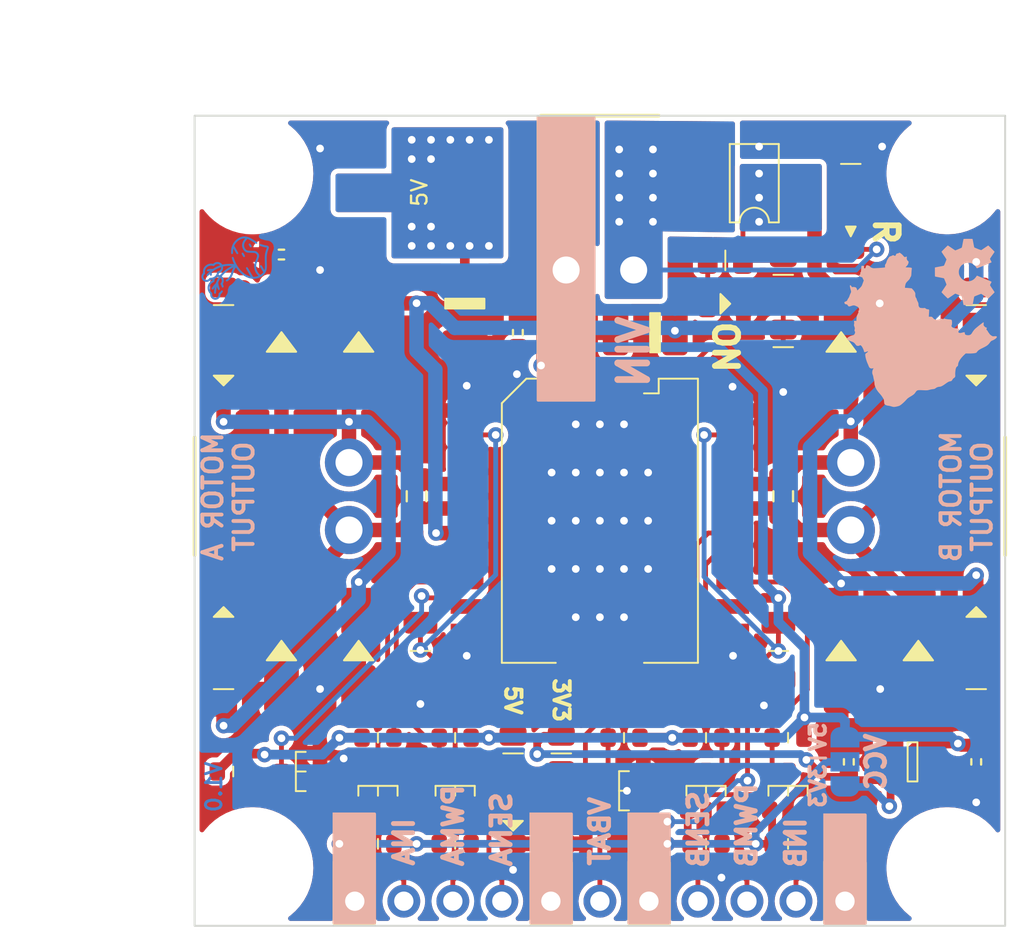
<source format=kicad_pcb>
(kicad_pcb (version 20221018) (generator pcbnew)
  (layers (0 "F.Cu" signal) (31 "B.Cu" signal) (34 "B.Paste" user) (35 "F.Paste" user) (36 "B.SilkS" user "B.Silkscreen") (37 "F.SilkS" user "F.Silkscreen") (38 "B.Mask" user) (39 "F.Mask" user) (44 "Edge.Cuts" user))
  (net 0 "")
  (net 1 "+5V")
  (net 2 "GND")
  (net 3 "/OUTA1")
  (net 4 "/OUTA2")
  (net 5 "/OUTB1")
  (net 6 "/OUTB2")
  (net 7 "VBUS")
  (net 8 "+3V3")
  (net 9 "Net-(D1-A)")
  (net 10 "Net-(D2-A)")
  (net 11 "Net-(D7-A)")
  (net 12 "Net-(D12-A)")
  (net 13 "Net-(D13-A)")
  (net 14 "Net-(D14-A)")
  (net 15 "PWMA_IN")
  (net 16 "INA_IN")
  (net 17 "PWMB_IN")
  (net 18 "INB_IN")
  (net 19 "VCC")
  (net 20 "VDD")
  (net 21 "VBAT")
  (net 22 "INA_OUT")
  (net 23 "INB_OUT")
  (net 24 "PWMA_OUT")
  (net 25 "PWMB_OUT")
  (net 26 "INA2_OUT")
  (net 27 "INB2_OUT")
  (net 31 "Net-(D15-A)")
  (net 32 "Net-(D16-A)")
  (net 33 "SA")
  (net 34 "SB")
  (footprint "Resistor_SMD:R_0805_2012Metric" (layer "F.Cu") (at 130.5 108.73 90)
    (fp_text reference "R10")
    (fp_text value "100k")
  )
  (footprint "Diode_SMD:D_SMA" (layer "F.Cu") (at 166.5 90.73 -90)
    (fp_text reference "D8")
    (fp_text value "M7")
  )
  (footprint "MountingHole:MountingHole_2.7mm_M2.5" (layer "F.Cu") (at 168 82)
    (fp_text reference "REF**")
    (fp_text value "MountingHole_2.7mm_M2.5" hide)
  )
  (footprint "PCM_Package_TO_SOT_SMD_AKL:SOT-23" (layer "F.Cu") (at 155.5 114 90)
    (fp_text reference "Q6")
    (fp_text value "BSS138" hide)
  )
  (footprint "Diode_SMD:D_SMA" (layer "F.Cu") (at 166.5 106.73 -90)
    (fp_text reference "D9")
    (fp_text value "M7")
  )
  (footprint "Capacitor_SMD:C_0805_2012Metric" (layer "F.Cu") (at 159.5 98.73 90)
    (fp_text reference "C6")
    (fp_text value "100nF")
  )
  (footprint "Diode_SMD:D_SMA" (layer "F.Cu") (at 137.5 90.73 -90)
    (fp_text reference "D3")
    (fp_text value "M7")
  )
  (footprint "Resistor_SMD:R_0603_1608Metric" (layer "F.Cu") (at 155.5 116.75)
    (fp_text reference "R19")
    (fp_text value "10k")
  )
  (footprint "L298P:Degson_3.5_2_15EDGRC" (layer "F.Cu") (at 163 98.73 90)
    (fp_text reference "J2")
    (fp_text value "Conn_01x02_Pin" hide)
  )
  (footprint "LED_SMD:LED_0805_2012Metric" (layer "F.Cu") (at 156.5 88.75 180)
    (fp_text reference "D2")
    (fp_text value "GREEN")
  )
  (footprint "Resistor_SMD:R_1206_3216Metric" (layer "F.Cu") (at 140.7 106.75 -90)
    (fp_text reference "R2")
    (fp_text value "R15")
  )
  (footprint "L298P:Degson_3.5_2_15EDGRC" (layer "F.Cu") (at 137 98.73 -90)
    (fp_text reference "J1")
    (fp_text value "Conn_01x02_Pin" hide)
  )
  (footprint "MountingHole:MountingHole_2.7mm_M2.5" (layer "F.Cu") (at 132 82)
    (fp_text reference "REF**")
    (fp_text value "MountingHole_2.7mm_M2.5" hide)
  )
  (footprint "MountingHole:MountingHole_2.7mm_M2.5" (layer "F.Cu") (at 132 118)
    (fp_text reference "REF**")
    (fp_text value "MountingHole_2.7mm_M2.5" hide)
  )
  (footprint "Resistor_SMD:R_0805_2012Metric" (layer "F.Cu") (at 159.5 91 -90)
    (fp_text reference "R6")
    (fp_text value "22k")
  )
  (footprint "LED_SMD:LED_0805_2012Metric" (layer "F.Cu") (at 169.5 104.73 -90)
    (fp_text reference "D15")
    (fp_text value "YELLOW")
  )
  (footprint "PCM_Package_TO_SOT_SMD_AKL:SOT-23" (layer "F.Cu") (at 151.25 114 180)
    (fp_text reference "Q7")
    (fp_text value "BSS138" hide)
  )
  (footprint "IRF7424:Infineon-PG-DSO-8-11_2006-902-MFG" (layer "F.Cu") (at 158 82.5 180)
    (fp_text reference "Q1")
    (fp_text value "IRF7424TRPBF")
  )
  (footprint "Resistor_SMD:R_0603_1608Metric" (layer "F.Cu") (at 138.5 116.75)
    (fp_text reference "R13")
    (fp_text value "10k")
  )
  (footprint "Capacitor_Tantalum_SMD:CP_EIA-3528-21_Kemet-B" (layer "F.Cu") (at 143 89.25 -90)
    (fp_text reference "C1")
    (fp_text value "10uF")
  )
  (footprint "L298P:Degson_3.5_2_15EDGRC" (layer "F.Cu") (at 150 87 180)
    (fp_text reference "J3")
    (fp_text value "Conn_01x02_Pin" hide)
  )
  (footprint "Resistor_SMD:R_0603_1608Metric" (layer "F.Cu") (at 151.25 111.25 180)
    (fp_text reference "R22")
    (fp_text value "10k")
  )
  (footprint "Package_TO_SOT_SMD:SOT-23-5" (layer "F.Cu") (at 166.2 112.5 180)
    (fp_text reference "U3")
    (fp_text value "AP2112K-3.3")
  )
  (footprint "Capacitor_SMD:C_0603_1608Metric" (layer "F.Cu") (at 162.9 112.5 90)
    (fp_text reference "C8")
    (fp_text value "1uF")
  )
  (footprint "Resistor_SMD:R_0805_2012Metric" (layer "F.Cu") (at 148 112.0625 -90)
    (fp_text reference "R12")
    (fp_text value "10k")
  )
  (footprint "LED_SMD:LED_0805_2012Metric" (layer "F.Cu") (at 130.5 92.73 90)
    (fp_text reference "D12")
    (fp_text value "BLUE")
  )
  (footprint "Capacitor_SMD:C_0603_1608Metric" (layer "F.Cu") (at 145.75 90.25 -90)
    (fp_text reference "C4")
    (fp_text value "1uF")
  )
  (footprint "Resistor_SMD:R_0805_2012Metric" (layer "F.Cu") (at 163 81.5 90)
    (fp_text reference "R1")
    (fp_text value "100k")
  )
  (footprint "Resistor_SMD:R_0805_2012Metric" (layer "F.Cu") (at 169.5 88.8175 90)
    (fp_text reference "R9")
    (fp_text value "100k")
  )
  (footprint "Resistor_SMD:R_0603_1608Metric" (layer "F.Cu") (at 138.5 111.25)
    (fp_text reference "R15")
    (fp_text value "10k")
  )
  (footprint "LED_SMD:LED_0805_2012Metric" (layer "F.Cu") (at 130.5 104.73 -90)
    (fp_text reference "D14")
    (fp_text value "YELLOW")
  )
  (footprint "Capacitor_SMD:C_0603_1608Metric" (layer "F.Cu") (at 169.5 112.5 -90)
    (fp_text reference "C7")
    (fp_text value "1uF")
  )
  (footprint "Diode_SMD:D_SMA" (layer "F.Cu") (at 133.5 106.73 -90)
    (fp_text reference "D6")
    (fp_text value "M7")
  )
  (footprint "Resistor_SMD:R_0603_1608Metric" (layer "F.Cu") (at 142.5 111.25 180)
    (fp_text reference "R20")
    (fp_text value "10k")
  )
  (footprint "PCM_Package_TO_SOT_SMD_AKL:SOT-23" (layer "F.Cu") (at 134.5 113 180)
    (fp_text reference "Q4")
    (fp_text value "BSS138" hide)
  )
  (footprint "Resistor_SMD:R_0603_1608Metric" (layer "F.Cu") (at 131 113)
    (fp_text reference "R17")
    (fp_text value "10k")
  )
  (footprint "PCM_Package_TO_SOT_SMD_AKL:SOT-23" (layer "F.Cu") (at 142.5 114 90)
    (fp_text reference "Q5")
    (fp_text value "BSS138" hide)
  )
  (footprint "MountingHole:MountingHole_2.7mm_M2.5" (layer "F.Cu") (at 168 118)
    (fp_text reference "REF**")
    (fp_text value "MountingHole_2.7mm_M2.5" hide)
  )
  (footprint "LED_SMD:LED_0805_2012Metric" (layer "F.Cu") (at 145.5 115.8125 90)
    (fp_text reference "D7")
    (fp_text value "GREEN")
  )
  (footprint "Diode_SMD:D_SMA" (layer "F.Cu") (at 133.5 90.73 -90)
    (fp_text reference "D5")
    (fp_text value "M7")
  )
  (footprint "Resistor_SMD:R_0603_1608Metric" (layer "F.Cu") (at 159.75 111.25 180)
    (fp_text reference "R16")
    (fp_text value "10k")
  )
  (footprint "L298P:STMicroelectronics-L298P-0" (layer "F.Cu") (at 150 100 -90)
    (fp_text reference "U1")
    (fp_text value "L298P" hide)
  )
  (footprint "Diode_SMD:D_SMA" (layer "F.Cu") (at 137.5 106.73 -90)
    (fp_text reference "D4")
    (fp_text value "M7")
  )
  (footprint "Resistor_SMD:R_0805_2012Metric" (layer "F.Cu") (at 145.5 112.0625 -90)
    (fp_text reference "R7")
    (fp_text value "10k")
  )
  (footprint "Resistor_SMD:R_1206_3216Metric" (layer "F.Cu") (at 159.25 106.75 -90)
    (fp_text reference "R4")
    (fp_text value "R15" hide)
  )
  (footprint "Resistor_SMD:R_0805_2012Metric" (layer "F.Cu") (at 130.5 88.8175 90)
    (fp_text reference "R8")
    (fp_text value "100k")
  )
  (footprint "LED_SMD:LED_0805_2012Metric" (layer "F.Cu") (at 148 115.8125 90)
    (fp_text reference "D16")
    (fp_text value "GREEN")
  )
  (footprint "Resistor_SMD:R_0805_2012Metric" (layer "F.Cu") (at 159.5 87.25 -90)
    (fp_text reference "R3")
    (fp_text value "62k")
  )
  (footprint "Capacitor_SMD:C_0805_2012Metric" (layer "F.Cu") (at 140.5 98.73 -90)
    (fp_text reference "C3")
    (fp_text value "100nF")
  )
  (footprint "PCM_Package_TO_SOT_SMD_AKL:SOT-23" (layer "F.Cu") (at 159.75 114 90)
    (fp_text reference "Q3")
    (fp_text value "BSS138" hide)
  )
  (footprint "Diode_SMD:D_SMA" (layer "F.Cu") (at 162.5 90.73 -90)
    (fp_text reference "D10")
    (fp_text value "M7")
  )
  (footprint "PCM_Package_TO_SOT_SMD_AKL:SOT-23" (layer "F.Cu") (at 138.5 114 90)
    (fp_text reference "Q2")
    (fp_text value "BSS138" hide)
  )
  (footprint "Resistor_SMD:R_0603_1608Metric" (layer "F.Cu") (at 142.5 116.75)
    (fp_text reference "R18")
    (fp_text value "10k")
  )
  (footprint "Capacitor_Tantalum_SMD:CP_EIA-3528-21_Kemet-B" (layer "F.Cu") (at 152.35 90.25 180)
    (fp_text reference "C5")
    (fp_text value "22uF" hide)
  )
  (footprint "Resistor_SMD:R_0805_2012Metric" (layer "F.Cu") (at 156.5 86.5 180)
    (fp_text reference "R5")
    (fp_text value "100k")
  )
  (footprint "LED_SMD:LED_0805_2012Metric" (layer "F.Cu") (at 169.5 92.73 90)
    (fp_text reference "D13")
    (fp_text value "BLUE")
  )
  (footprint "Package_TO_SOT_SMD:SOT-223-3_TabPin2" (layer "F.Cu") (at 140.65 82.99)
    (fp_text reference "U2")
    (fp_text value "AMS1117-5.0")
  )
  (footprint "Diode_SMD:D_SMA" (layer "F.Cu") (at 162.5 106.73 -90)
    (fp_text reference "D11")
    (fp_text value "M7")
  )
  (footprint "Resistor_SMD:R_0603_1608Metric" (layer "F.Cu") (at 159.75 116.75)
    (fp_text reference "R14")
    (fp_text value "10k")
  )
  (footprint "Resistor_SMD:R_0805_2012Metric" (layer "F.Cu") (at 169.5 108.73 90)
    (fp_text reference "R11")
    (fp_text value "100k")
  )
  (footprint "Connector_PinHeader_2.54mm:PinHeader_1x11_P2.54mm_Vertical" (layer "F.Cu") (at 137.3 119.725 90)
    (fp_text reference "J4")
    (fp_text value "Conn_01x11_Pin" hide)
  )
  (footprint "Capacitor_SMD:C_0603_1608Metric" (layer "F.Cu") (at 133.5 86.2 180)
    (fp_text reference "C2")
    (fp_text value "1uF")
  )
  (footprint "Resistor_SMD:R_0603_1608Metric" (layer "F.Cu") (at 155.5 111.25)
    (fp_text reference "R21")
    (fp_text value "10k")
  )
  (footprint "LED_SMD:LED_0805_2012Metric" (layer "F.Cu") (at 163 85 90)
    (fp_text reference "D1")
    (fp_text value "RED")
  )
  (footprint "Logo_Icons:nabo" (layer "B.Cu") (at 131.1 86.9 -90)
    (fp_text reference "G***")
    (fp_text value "LOGO" hide)
  )
  (footprint "Jumper:SolderJumper-3_P1.3mm_Open_RoundedPad1.0x1.5mm" (layer "B.Cu") (at 162.7 112.5 90)
    (fp_text reference "JP1")
    (fp_text value "Jumper_3_Open" hide)
  )
  (footprint "Logo_Icons:brazil" (layer "B.Cu") (at 166.6 90.1 -90)
    (fp_text reference "G***")
    (fp_text value "LOGO" hide)
  )
  (footprint "Logo_Icons:OSHW" (layer "B.Cu") (at 168.9 87.1 -90)
    (fp_text reference "G***")
    (fp_text value "LOGO" hide)
  )
  (gr_rect (start 136.225 115.2) (end 138.325 120.85) (stroke (width 0.15)) (fill solid) (layer "B.SilkS"))
  (gr_line (start 161.7 112.3) (end 160.8 112.3) (stroke (width 0.15)) (layer "B.SilkS"))
  (gr_rect (start 146.8 79.125) (end 149.7 93.75) (stroke (width 0.15)) (fill solid) (layer "B.SilkS"))
  (gr_rect (start 146.425 115.2) (end 148.525 120.85) (stroke (width 0.15)) (fill solid) (layer "B.SilkS"))
  (gr_rect (start 161.65 115.2496) (end 163.75 120.875) (stroke (width 0.15)) (fill solid) (layer "B.SilkS"))
  (gr_rect (start 151.5 115.2) (end 153.6 120.85) (stroke (width 0.15)) (fill solid) (layer "B.SilkS"))
  (gr_rect (start 161.65 117.725) (end 163.75 120.875) (stroke (width 0.15)) (fill solid) (layer "F.SilkS"))
  (gr_rect (start 146.425 117.725) (end 148.525 120.875) (stroke (width 0.15)) (fill solid) (layer "F.SilkS"))
  (gr_rect (start 146.8 79.0996) (end 149.7 91.55) (stroke (width 0.15)) (fill solid) (layer "F.SilkS"))
  (gr_rect (start 151.5 117.725) (end 153.6 120.875) (stroke (width 0.15)) (fill solid) (layer "F.SilkS"))
  (gr_rect (start 136.225 117.725) (end 138.325 120.875) (stroke (width 0.15)) (fill solid) (layer "F.SilkS"))
  (gr_rect (start 129 79) (end 171 121) (stroke (width 0.1)) (fill none) (layer "Edge.Cuts"))
  (gr_text "V1.0" (at 130 113.8 90) (layer "B.Cu") (effects (font (size 0.8 0.8) (thickness 0.15) bold) (justify mirror)))
  (gr_text "3V3" (at 161.3 113.75 90) (layer "B.SilkS") (effects (font (size 0.8 0.8) (thickness 0.2) bold) (justify mirror)))
  (gr_text "INB" (at 160.15 116.7 90) (layer "B.SilkS") (effects (font (size 1 1) (thickness 0.25) bold) (justify mirror)))
  (gr_text "VIN" (at 151.75 91.25 90) (layer "B.SilkS") (effects (font (size 1.5 1.5) (thickness 0.35) bold) (justify mirror)))
  (gr_text "VCC" (at 164.3 112.5 90) (layer "B.SilkS") (effects (font (size 1 1) (thickness 0.25) bold) (justify mirror)))
  (gr_text "GND" (at 137.3 116.9 90) (layer "B.SilkS") (effects (font (size 1 1) (thickness 0.2) bold) (justify mirror)))
  (gr_text "PWMA" (at 142.4 115.8 90) (layer "B.SilkS") (effects (font (size 1 1) (thickness 0.25) bold) (justify mirror)))
  (gr_text "PWMB" (at 157.6 115.8 90) (layer "B.SilkS") (effects (font (size 1 1) (thickness 0.25) bold) (justify mirror)))
  (gr_text "MOTOR B\nOUTPUT" (at 169 98.75 90) (layer "B.SilkS") (effects (font (size 1 1) (thickness 0.2) bold) (justify mirror)))
  (gr_text "INA" (at 139.85 116.65 90) (layer "B.SilkS") (effects (font (size 1 1) (thickness 0.25) bold) (justify mirror)))
  (gr_text "MOTOR A\nOUTPUT" (at 130.75 98.75 90) (layer "B.SilkS") (effects (font (size 1 1) (thickness 0.2) bold) (justify mirror)))
  (gr_text "VBAT" (at 150 116.1 90) (layer "B.SilkS") (effects (font (size 1 1) (thickness 0.25) bold) (justify mirror)))
  (gr_text "SENA" (at 144.9 116 90) (layer "B.SilkS") (effects (font (size 1 1) (thickness 0.25) bold) (justify mirror)))
  (gr_text "SENB" (at 155.1 116 90) (layer "B.SilkS") (effects (font (size 1 1) (thickness 0.25) bold) (justify mirror)))
  (gr_text "5V" (at 161.3 111.2 90) (layer "B.SilkS") (effects (font (size 0.8 0.8) (thickness 0.2) bold) (justify mirror)))
  (gr_text "5V" (at 145.5 109.3 -90) (layer "F.SilkS") (effects (font (size 0.8 0.8) (thickness 0.2) bold)))
  (gr_text "R" (at 164.825 85 -90) (layer "F.SilkS") (effects (font (size 1.2 1.2) (thickness 0.3) bold)))
  (gr_text "3V3" (at 148 109.3 -90) (layer "F.SilkS") (effects (font (size 0.8 0.8) (thickness 0.2) bold)))
  (gr_text "ON" (at 156.5 91 -90) (layer "F.SilkS") (effects (font (size 1.2 1.2) (thickness 0.3) bold)))
  (segment (start 145.75 89.475) (end 145.75 88.75) (width 0.5) (layer "F.Cu") (net 1))
  (segment (start 168.55 111.55) (end 168.725 111.725) (width 0.5) (layer "F.Cu") (net 1))
  (segment (start 145.4 111.25) (end 145.5 111.15) (width 0.5) (layer "F.Cu") (net 1))
  (segment (start 154.675 111.25) (end 153.75 111.25) (width 0.5) (layer "F.Cu") (net 1))
  (segment (start 159.25 104) (end 158.5 104) (width 0.5) (layer "F.Cu") (net 1))
  (segment (start 146.55 89.475) (end 145.75 89.475) (width 0.5) (layer "F.Cu") (net 1))
  (segment (start 131.1 112.075) (end 130.175 113) (width 0.5) (layer "F.Cu") (net 1))
  (segment (start 143 86) (end 143.25 85.75) (width 0.25) (layer "F.Cu") (net 1))
  (segment (start 168.725 111.725) (end 169.5 111.725) (width 0.5) (layer "F.Cu") (net 1))
  (segment (start 160.575 110.225) (end 160.6 110.2) (width 0.5) (layer "F.Cu") (net 1))
  (segment (start 166.51 111.55) (end 166.2 111.86) (width 0.5) (layer "F.Cu") (net 1))
  (segment (start 132.625 112.125) (end 132.575 112.075) (width 0.5) (layer "F.Cu") (net 1))
  (segment (start 145.75 88.75) (end 144.7125 87.7125) (width 0.5) (layer "F.Cu") (net 1))
  (segment (start 143.325 111.25) (end 144.25 111.25) (width 0.5) (layer "F.Cu") (net 1))
  (segment (start 160.575 111.25) (end 160.575 110.225) (width 0.5) (layer "F.Cu") (net 1))
  (segment (start 158.055 104.445) (end 156.8825 104.445) (width 0.5) (layer "F.Cu") (net 1))
  (segment (start 136.5 111.25) (end 137.675 111.25) (width 0.5) (layer "F.Cu") (net 1))
  (segment (start 146.95 89.875) (end 146.55 89.475) (width 0.5) (layer "F.Cu") (net 1))
  (segment (start 144.25 111.25) (end 145.4 111.25) (width 0.5) (layer "F.Cu") (net 1))
  (segment (start 166.2 111.86) (end 166.2 113.14) (width 0.5) (layer "F.Cu") (net 1))
  (segment (start 167.3375 111.55) (end 166.51 111.55) (width 0.5) (layer "F.Cu") (net 1))
  (segment (start 136.5 111.25) (end 136.4 111.15) (width 0.5) (layer "F.Cu") (net 1))
  (segment (start 153.75 111.25) (end 152.075 111.25) (width 0.5) (layer "F.Cu") (net 1))
  (segment (start 166.51 113.45) (end 167.3375 113.45) (width 0.5) (layer "F.Cu") (net 1))
  (segment (start 158.5 104) (end 158.055 104.445) (width 0.5) (layer "F.Cu") (net 1))
  (segment (start 146.95 91.95) (end 146.95 89.875) (width 0.5) (layer "F.Cu") (net 1))
  (segment (start 167.3375 111.55) (end 169.325 111.55) (width 0.5) (layer "F.Cu") (net 1))
  (segment (start 143 87.7125) (end 143 86) (width 0.5) (layer "F.Cu") (net 1))
  (segment (start 132.575 112.075) (end 131.1 112.075) (width 0.5) (layer "F.Cu") (net 1))
  (segment (start 144.7125 87.7125) (end 143 87.7125) (width 0.5) (layer "F.Cu") (net 1))
  (segment (start 166.2 113.14) (end 166.51 113.45) (width 0.5) (layer "F.Cu") (net 1))
  (via (at 168.55 111.55) (size 0.8) (drill 0.4) (layers "F.Cu" "B.Cu") (net 1))
  (via (at 143.25 85.75) (size 0.8) (drill 0.4) (layers "F.Cu" "B.Cu") (net 1))
  (via (at 140.25 84.75) (size 0.8) (drill 0.4) (layers "F.Cu" "B.Cu") (net 1))
  (via (at 146.95 91.95) (size 0.8) (drill 0.4) (layers "F.Cu" "B.Cu") (net 1))
  (via (at 136.5 111.25) (size 0.8) (drill 0.4) (layers "F.Cu" "B.Cu") (net 1))
  (via (at 143.25 80.25) (size 0.8) (drill 0.4) (layers "F.Cu" "B.Cu") (net 1))
  (via (at 141.25 81.25) (size 0.8) (drill 0.4) (layers "F.Cu" "B.Cu") (net 1))
  (via (at 159.25 104) (size 0.8) (drill 0.4) (layers "F.Cu" "B.Cu") (net 1))
  (via (at 140.25 81.25) (size 0.8) (drill 0.4) (layers "F.Cu" "B.Cu") (net 1))
  (via (at 141.25 84.75) (size 0.8) (drill 0.4) (layers "F.Cu" "B.Cu") (net 1))
  (via (at 140.25 85.75) (size 0.8) (drill 0.4) (layers "F.Cu" "B.Cu") (net 1))
  (via (at 144.25 111.25) (size 0.8) (drill 0.4) (layers "F.Cu" "B.Cu") (net 1))
  (via (at 140.25 80.25) (size 0.8) (drill 0.4) (layers "F.Cu" "B.Cu") (net 1))
  (via (at 141.25 80.25) (size 0.8) (drill 0.4) (layers "F.Cu" "B.Cu") (net 1))
  (via (at 132.625 112.125) (size 0.8) (drill 0.4) (layers "F.Cu" "B.Cu") (net 1))
  (via (at 144.25 80.25) (size 0.8) (drill 0.4) (layers "F.Cu" "B.Cu") (net 1))
  (via (at 142.25 80.25) (size 0.8) (drill 0.4) (layers "F.Cu" "B.Cu") (net 1))
  (via (at 153.75 111.25) (size 0.8) (drill 0.4) (layers "F.Cu" "B.Cu") (net 1))
  (via (at 141.25 85.75) (size 0.8) (drill 0.4) (layers "F.Cu" "B.Cu") (net 1))
  (via (at 142.25 85.75) (size 0.8) (drill 0.4) (layers "F.Cu" "B.Cu") (net 1))
  (via (at 144.25 85.75) (size 0.8) (drill 0.4) (layers "F.Cu" "B.Cu") (net 1))
  (via (at 160.6 110.2) (size 0.8) (drill 0.4) (layers "F.Cu" "B.Cu") (net 1))
  (segment (start 159.25 104) (end 158.45 103.2) (width 0.5) (layer "B.Cu") (net 1))
  (segment (start 162.5 110.2) (end 162.7 110.4) (width 0.5) (layer "B.Cu") (net 1))
  (segment (start 160.6 106.6) (end 160.6 110.2) (width 0.5) (layer "B.Cu") (net 1))
  (segment (start 159.25 104) (end 159.25 105.25) (width 0.5) (layer "B.Cu") (net 1))
  (segment (start 135.625 112.125) (end 136.5 111.25) (width 0.5) (layer "B.Cu") (net 1))
  (segment (start 160.6 110.2) (end 159.55 111.25) (width 0.5) (layer "B.Cu") (net 1))
  (segment (start 158.45 103.2) (end 158.45 93.26) (width 0.5) (layer "B.Cu") (net 1))
  (segment (start 144.25 111.25) (end 153.75 111.25) (width 0.5) (layer "B.Cu") (net 1))
  (segment (start 168.55 111.55) (end 168.2 111.2) (width 0.5) (layer "B.Cu") (net 1))
  (segment (start 158.45 93.26) (end 156.19 91) (width 0.5) (layer "B.Cu") (net 1))
  (segment (start 159.55 111.25) (end 153.75 111.25) (width 0.5) (layer "B.Cu") (net 1))
  (segment (start 144.25 111.25) (end 136.5 111.25) (width 0.5) (layer "B.Cu") (net 1))
  (segment (start 168.2 111.2) (end 162.7 111.2) (width 0.5) (layer "B.Cu") (net 1))
  (segment (start 147.9 91) (end 146.95 91.95) (width 0.5) (layer "B.Cu") (net 1))
  (segment (start 132.625 112.125) (end 135.625 112.125) (width 0.5) (layer "B.Cu") (net 1))
  (segment (start 162.7 110.4) (end 162.7 111.2) (width 0.5) (layer "B.Cu") (net 1))
  (segment (start 159.25 105.25) (end 160.6 106.6) (width 0.5) (layer "B.Cu") (net 1))
  (segment (start 160.6 110.2) (end 162.5 110.2) (width 0.5) (layer "B.Cu") (net 1))
  (segment (start 156.19 91) (end 147.9 91) (width 0.5) (layer "B.Cu") (net 1))
  (via (at 151.25 105) (size 0.8) (drill 0.4) (layers "F.Cu" "B.Cu") (net 2))
  (via (at 147.5 102.5) (size 0.8) (drill 0.4) (layers "F.Cu" "B.Cu") (net 2))
  (via (at 158.5 109.575) (size 0.8) (drill 0.4) (layers "F.Cu" "B.Cu") (net 2))
  (via (at 143.1 107) (size 0.8) (drill 0.4) (layers "F.Cu" "B.Cu") (net 2))
  (via (at 147.5 100) (size 0.8) (drill 0.4) (layers "F.Cu" "B.Cu") (net 2))
  (via (at 145.5 118.1) (size 0.8) (drill 0.4) (layers "F.Cu" "B.Cu") (net 2))
  (via (at 152.5 100) (size 0.8) (drill 0.4) (layers "F.Cu" "B.Cu") (net 2))
  (via (at 151.25 97.5) (size 0.8) (drill 0.4) (layers "F.Cu" "B.Cu") (net 2))
  (via (at 150 102.5) (size 0.8) (drill 0.4) (layers "F.Cu" "B.Cu") (net 2))
  (via (at 169.5 114.6) (size 0.8) (drill 0.4) (layers "F.Cu" "B.Cu") (net 2))
  (via (at 148.75 95) (size 0.8) (drill 0.4) (layers "F.Cu" "B.Cu") (net 2))
  (via (at 136.725 112.325) (size 0.8) (drill 0.4) (layers "F.Cu" "B.Cu") (net 2))
  (via (at 156.3 118.5) (size 0.8) (drill 0.4) (layers "F.Cu" "B.Cu") (net 2))
  (via (at 152.5 97.5) (size 0.8) (drill 0.4) (layers "F.Cu" "B.Cu") (net 2))
  (via (at 164.625 80.6) (size 0.8) (drill 0.4) (layers "F.Cu" "B.Cu") (net 2))
  (via (at 152.5 102.5) (size 0.8) (drill 0.4) (layers "F.Cu" "B.Cu") (net 2))
  (via (at 150 105) (size 0.8) (drill 0.4) (layers "F.Cu" "B.Cu") (net 2))
  (via (at 147.5 97.5) (size 0.8) (drill 0.4) (layers "F.Cu" "B.Cu") (net 2))
  (via (at 150 100) (size 0.8) (drill 0.4) (layers "F.Cu" "B.Cu") (net 2))
  (via (at 150 95) (size 0.8) (drill 0.4) (layers "F.Cu" "B.Cu") (net 2))
  (via (at 150 97.5) (size 0.8) (drill 0.4) (layers "F.Cu" "B.Cu") (net 2))
  (via (at 164.525 108.725) (size 0.8) (drill 0.4) (layers "F.Cu" "B.Cu") (net 2))
  (via (at 148.75 100) (size 0.8) (drill 0.4) (layers "F.Cu" "B.Cu") (net 2))
  (via (at 148.75 97.5) (size 0.8) (drill 0.4) (layers "F.Cu" "B.Cu") (net 2))
  (via (at 151.25 95) (size 0.8) (drill 0.4) (layers "F.Cu" "B.Cu") (net 2))
  (via (at 143.1 93) (size 0.8) (drill 0.4) (layers "F.Cu" "B.Cu") (net 2))
  (via (at 135.5 108.725) (size 0.8) (drill 0.4) (layers "F.Cu" "B.Cu") (net 2))
  (via (at 140.7 109.5) (size 0.8) (drill 0.4) (layers "F.Cu" "B.Cu") (net 2))
  (via (at 151.4 114) (size 0.8) (drill 0.4) (layers "F.Cu" "B.Cu") (net 2))
  (via (at 159.5 93.325) (size 0.8) (drill 0.4) (layers "F.Cu" "B.Cu") (net 2))
  (via (at 156.875 93.05) (size 0.8) (drill 0.4) (layers "F.Cu" "B.Cu") (net 2))
  (via (at 145.7 92.4) (size 0.8) (drill 0.4) (layers "F.Cu" "B.Cu") (net 2))
  (via (at 135.5 80.7) (size 0.8) (drill 0.4) (layers "F.Cu" "B.Cu") (net 2))
  (via (at 148.75 102.5) (size 0.8) (drill 0.4) (layers "F.Cu" "B.Cu") (net 2))
  (via (at 135.5 87) (size 0.8) (drill 0.4) (layers "F.Cu" "B.Cu") (net 2))
  (via (at 151.25 100) (size 0.8) (drill 0.4) (layers "F.Cu" "B.Cu") (net 2))
  (via (at 148.75 105) (size 0.8) (drill 0.4) (layers "F.Cu" "B.Cu") (net 2))
  (via (at 151.25 102.5) (size 0.8) (drill 0.4) (layers "F.Cu" "B.Cu") (net 2))
  (via (at 158.25 80.6) (size 0.8) (drill 0.4) (layers "F.Cu" "B.Cu") (net 2))
  (via (at 156.9 107) (size 0.8) (drill 0.4) (layers "F.Cu" "B.Cu") (net 2))
  (segment (start 137.5 103.175) (end 137.5 104.73) (width 0.75) (layer "F.Cu") (net 3))
  (segment (start 137 94.87) (end 137 93.23) (width 0.75) (layer "F.Cu") (net 3))
  (segment (start 139.7 96.98) (end 140.5 97.78) (width 0.75) (layer "F.Cu") (net 3))
  (segment (start 140.5 97.78) (end 140.815 98.095) (width 0.75) (layer "F.Cu") (net 3))
  (segment (start 140.815 98.095) (end 143.1175 98.095) (width 0.75) (layer "F.Cu") (net 3))
  (segment (start 137 96.98) (end 137 94.87) (width 0.75) (layer "F.Cu") (net 3))
  (segment (start 137 93.23) (end 137.5 92.73) (width 0.75) (layer "F.Cu") (net 3))
  (segment (start 130.5 93.6675) (end 130.5 94.87) (width 0.75) (layer "F.Cu") (net 3))
  (segment (start 130.5 110.625) (end 130.5 109.6425) (width 0.75) (layer "F.Cu") (net 3))
  (segment (start 137 96.98) (end 139.7 96.98) (width 0.75) (layer "F.Cu") (net 3))
  (via (at 130.5 94.87) (size 0.8) (drill 0.4) (layers "F.Cu" "B.Cu") (net 3))
  (via (at 137.5 103.175) (size 0.8) (drill 0.4) (layers "F.Cu" "B.Cu") (net 3))
  (via (at 137 94.87) (size 0.8) (drill 0.4) (layers "F.Cu" "B.Cu") (net 3))
  (via (at 130.5 110.625) (size 0.8) (drill 0.4) (layers "F.Cu" "B.Cu") (net 3))
  (segment (start 139.05 101.625) (end 139.05 95.99) (width 0.75) (layer "B.Cu") (net 3))
  (segment (start 130.5 110.625) (end 130.955 110.625) (width 0.75) (layer "B.Cu") (net 3))
  (segment (start 137.93 94.87) (end 137 94.87) (width 0.75) (layer "B.Cu") (net 3))
  (segment (start 137.5 103.175) (end 139.05 101.625) (width 0.75) (layer "B.Cu") (net 3))
  (segment (start 130.5 94.87) (end 137 94.87) (width 0.75) (layer "B.Cu") (net 3))
  (segment (start 137.5 104.08) (end 137.5 103.175) (width 0.75) (layer "B.Cu") (net 3))
  (segment (start 139.05 95.99) (end 137.93 94.87) (width 0.75) (layer "B.Cu") (net 3))
  (segment (start 130.955 110.625) (end 137.5 104.08) (width 0.75) (layer "B.Cu") (net 3))
  (segment (start 133.5 96.98) (end 133.5 92.73) (width 0.75) (layer "F.Cu") (net 4))
  (segment (start 131.555 87.905) (end 131.91 88.26) (width 0.75) (layer "F.Cu") (net 4))
  (segment (start 131.3925 103.7925) (end 130.5 103.7925) (width 0.75) (layer "F.Cu") (net 4))
  (segment (start 137 100.48) (end 133.5 96.98) (width 0.75) (layer "F.Cu") (net 4))
  (segment (start 137 100.48) (end 137 100.89) (width 0.75) (layer "F.Cu") (net 4))
  (segment (start 139.7 100.48) (end 140.5 99.68) (width 0.75) (layer "F.Cu") (net 4))
  (segment (start 133.5 92.48) (end 133.5 92.73) (width 0.75) (layer "F.Cu") (net 4))
  (segment (start 130.5 87.905) (end 131.555 87.905) (width 0.75) (layer "F.Cu") (net 4))
  (segment (start 131.91 88.26) (end 131.91 90.89) (width 0.75) (layer "F.Cu") (net 4))
  (segment (start 132.33 104.73) (end 131.3925 103.7925) (width 0.75) (layer "F.Cu") (net 4))
  (segment (start 133.5 104.73) (end 132.33 104.73) (width 0.75) (layer "F.Cu") (net 4))
  (segment (start 137 100.89) (end 133.5 104.39) (width 0.75) (layer "F.Cu") (net 4))
  (segment (start 137 100.48) (end 139.7 100.48) (width 0.75) (layer "F.Cu") (net 4))
  (segment (start 131.91 90.89) (end 133.5 92.48) (width 0.75) (layer "F.Cu") (net 4))
  (segment (start 133.5 104.39) (end 133.5 104.73) (width 0.75) (layer "F.Cu") (net 4))
  (segment (start 143.1175 99.365) (end 140.815 99.365) (width 0.75) (layer "F.Cu") (net 4))
  (segment (start 140.815 99.365) (end 140.5 99.68) (width 0.75) (layer "F.Cu") (net 4))
  (segment (start 168.4825 109.6425) (end 169.5 109.6425) (width 0.75) (layer "F.Cu") (net 5))
  (segment (start 166.5 105.12) (end 168.16 106.78) (width 0.75) (layer "F.Cu") (net 5))
  (segment (start 156.8825 99.365) (end 159.185 99.365) (width 0.75) (layer "F.Cu") (net 5))
  (segment (start 163 100.48) (end 166.5 96.98) (width 0.75) (layer "F.Cu") (net 5))
  (segment (start 163 100.93) (end 166.5 104.43) (width 0.75) (layer "F.Cu") (net 5))
  (segment (start 166.5 104.73) (end 166.5 105.12) (width 0.75) (layer "F.Cu") (net 5))
  (segment (start 166.5 96.98) (end 166.5 92.73) (width 0.75) (layer "F.Cu") (net 5))
  (segment (start 168.16 109.32) (end 168.4825 109.6425) (width 0.75) (layer "F.Cu") (net 5))
  (segment (start 163 100.48) (end 163 100.93) (width 0.75) (layer "F.Cu") (net 5))
  (segment (start 166.5 104.43) (end 166.5 104.73) (width 0.75) (layer "F.Cu") (net 5))
  (segment (start 166.5 92.73) (end 167.65 92.73) (width 0.75) (layer "F.Cu") (net 5))
  (segment (start 168.5875 93.6675) (end 169.5 93.6675) (width 0.75) (layer "F.Cu") (net 5))
  (segment (start 159.185 99.365) (end 159.5 99.68) (width 0.75) (layer "F.Cu") (net 5))
  (segment (start 168.16 106.78) (end 168.16 109.32) (width 0.75) (layer "F.Cu") (net 5))
  (segment (start 167.65 92.73) (end 168.5875 93.6675) (width 0.75) (layer "F.Cu") (net 5))
  (segment (start 159.5 99.68) (end 160.3 100.48) (width 0.75) (layer "F.Cu") (net 5))
  (segment (start 160.3 100.48) (end 163 100.48) (width 0.75) (layer "F.Cu") (net 5))
  (segment (start 163 96.98) (end 163 94.85) (width 0.75) (layer "F.Cu") (net 6))
  (segment (start 156.8825 98.095) (end 159.185 98.095) (width 0.75) (layer "F.Cu") (net 6))
  (segment (start 159.185 98.095) (end 159.5 97.78) (width 0.75) (layer "F.Cu") (net 6))
  (segment (start 169.5 87.905) (end 169.5 86.58) (width 0.75) (layer "F.Cu") (net 6))
  (segment (start 163 93.23) (end 162.5 92.73) (width 0.75) (layer "F.Cu") (net 6))
  (segment (start 169.5 102.82) (end 169.5 103.7925) (width 0.75) (layer "F.Cu") (net 6))
  (segment (start 160.3 96.98) (end 163 96.98) (width 0.75) (layer "F.Cu") (net 6))
  (segment (start 163 94.85) (end 163 93.23) (width 0.75) (layer "F.Cu") (net 6))
  (segment (start 159.5 97.78) (end 160.3 96.98) (width 0.75) (layer "F.Cu") (net 6))
  (segment (start 162.5 103.25) (end 162.5 104.73) (width 0.75) (layer "F.Cu") (net 6))
  (via (at 163 94.85) (size 0.8) (drill 0.4) (layers "F.Cu" "B.Cu") (net 6))
  (via (at 169.5 102.82) (size 0.8) (drill 0.4) (layers "F.Cu" "B.Cu") (net 6))
  (via (at 162.5 103.25) (size 0.8) (drill 0.4) (layers "F.Cu" "B.Cu") (net 6))
  (via (at 169.5 86.58) (size 0.8) (drill 0.4) (layers "F.Cu" "B.Cu") (net 6))
  (segment (start 162.475 103.25) (end 160.89 101.665) (width 0.75) (layer "B.Cu") (net 6))
  (segment (start 169.5 88.35) (end 163 94.85) (width 0.75) (layer "B.Cu") (net 6))
  (segment (start 162.5 103.25) (end 169.07 103.25) (width 0.75) (layer "B.Cu") (net 6))
  (segment (start 160.89 101.665) (end 160.89 96.19) (width 0.75) (layer "B.Cu") (net 6))
  (segment (start 169.5 86.58) (end 169.5 88.35) (width 0.75) (layer "B.Cu") (net 6))
  (segment (start 162.23 94.85) (end 163 94.85) (width 0.75) (layer "B.Cu") (net 6))
  (segment (start 162.5 103.25) (end 162.475 103.25) (width 0.75) (layer "B.Cu") (net 6))
  (segment (start 169.07 103.25) (end 169.5 102.82) (width 0.75) (layer "B.Cu") (net 6))
  (segment (start 160.89 96.19) (end 162.23 94.85) (width 0.75) (layer "B.Cu") (net 6))
  (segment (start 162.5 88.73) (end 164.5 88.73) (width 0.75) (layer "F.Cu") (net 7))
  (segment (start 137.5 88.73) (end 140.49 88.73) (width 0.75) (layer "F.Cu") (net 7))
  (segment (start 157.4125 86.5) (end 159.3375 86.5) (width 0.25) (layer "F.Cu") (net 7))
  (segment (start 161.12 84.405) (end 161.12 87.08) (width 0.75) (layer "F.Cu") (net 7))
  (segment (start 164.5 88.73) (end 166.5 88.73) (width 0.75) (layer "F.Cu") (net 7))
  (segment (start 157.4125 86.5) (end 157.4125 84.8275) (width 0.25) (layer "F.Cu") (net 7))
  (segment (start 137.5 88.73) (end 137.5 85.29) (width 0.75) (layer "F.Cu") (net 7))
  (segment (start 159.3375 86.5) (end 159.5 86.3375) (width 0.25) (layer "F.Cu") (net 7))
  (segment (start 140.49 88.73) (end 140.5 88.72) (width 0.75) (layer "F.Cu") (net 7))
  (segment (start 135.175 85.3) (end 136.99 85.3) (width 0.75) (layer "F.Cu") (net 7))
  (segment (start 153.8875 90.1505) (end 153.8875 90.25) (width 0.75) (layer "F.Cu") (net 7))
  (segment (start 157.4125 84.8275) (end 157.54 84.7) (width 0.25) (layer "F.Cu") (net 7))
  (segment (start 161.12 87.08) (end 162.5 88.46) (width 0.75) (layer "F.Cu") (net 7))
  (segment (start 141.51 100.64) (end 143.1125 100.64) (width 0.75) (layer "F.Cu") (net 7))
  (segment (start 162.49 88.72) (end 162.5 88.73) (width 0.75) (layer "F.Cu") (net 7))
  (segment (start 143.1125 100.64) (end 143.1175 100.635) (width 0.75) (layer "F.Cu") (net 7))
  (segment (start 160.34 84.405) (end 161.12 84.405) (width 0.75) (layer "F.Cu") (net 7))
  (segment (start 162.5 88.46) (end 162.5 88.73) (width 0.75) (layer "F.Cu") (net 7))
  (segment (start 134.275 86.2) (end 135.175 85.3) (width 0.75) (layer "F.Cu") (net 7))
  (segment (start 133.5 88.73) (end 137.5 88.73) (width 0.75) (layer "F.Cu") (net 7))
  (via (at 158.25 83.25) (size 0.8) (drill 0.4) (layers "F.Cu" "B.Cu") (net 7))
  (via (at 158.25 84.5) (size 0.8) (drill 0.4) (layers "F.Cu" "B.Cu") (net 7))
  (via (at 164.5 88.73) (size 0.8) (drill 0.4) (layers "F.Cu" "B.Cu") (net 7))
  (via (at 140.5 88.72) (size 0.8) (drill 0.4) (layers "F.Cu" "B.Cu") (net 7))
  (via (at 141.51 100.64) (size 0.8) (drill 0.4) (layers "F.Cu" "B.Cu") (net 7))
  (via (at 158.25 82) (size 0.8) (drill 0.4) (layers "F.Cu" "B.Cu") (net 7))
  (via (at 153.8875 90.1505) (size 0.8) (drill 0.4) (layers "F.Cu" "B.Cu") (net 7))
  (segment (start 154.038 90) (end 163.23 90) (width 0.75) (layer "B.Cu") (net 7))
  (segment (start 153.8875 90.1505) (end 154.038 90) (width 0.75) (layer "B.Cu") (net 7))
  (segment (start 141.475 100.605) (end 141.51 100.64) (width 0.75) (layer "B.Cu") (net 7))
  (segment (start 140.5 91.2) (end 141.475 92.175) (width 0.75) (layer "B.Cu") (net 7))
  (segment (start 141.2 88.72) (end 140.5 88.72) (width 0.75) (layer "B.Cu") (net 7))
  (segment (start 140.5 88.72) (end 140.5 91.2) (width 0.75) (layer "B.Cu") (net 7))
  (segment (start 142.48 90) (end 141.2 88.72) (width 0.75) (layer "B.Cu") (net 7))
  (segment (start 153.737 90) (end 142.48 90) (width 0.75) (layer "B.Cu") (net 7))
  (segment (start 141.475 92.175) (end 141.475 100.605) (width 0.75) (layer "B.Cu") (net 7))
  (segment (start 163.23 90) (end 164.5 88.73) (width 0.75) (layer "B.Cu") (net 7))
  (segment (start 153.8875 90.1505) (end 153.737 90) (width 0.75) (layer "B.Cu") (net 7))
  (segment (start 147.1 111.15) (end 148 111.15) (width 0.4) (layer "F.Cu") (net 8))
  (segment (start 146.75 112.0995) (end 146.75 111.5) (width 0.4) (layer "F.Cu") (net 8))
  (segment (start 165.0625 113.45) (end 165.0625 114.7375) (width 0.4) (layer "F.Cu") (net 8))
  (segment (start 163.075 113.45) (end 162.9 113.275) (width 0.25) (layer "F.Cu") (net 8))
  (segment (start 165.0625 113.45) (end 163.075 113.45) (width 0.4) (layer "F.Cu") (net 8))
  (segment (start 165.0625 114.7375) (end 165 114.8) (width 0.4) (layer "F.Cu") (net 8))
  (segment (start 146.75 111.5) (end 147.1 111.15) (width 0.4) (layer "F.Cu") (net 8))
  (segment (start 161.577368 113.275) (end 162.9 113.275) (width 0.4) (layer "F.Cu") (net 8))
  (segment (start 160.698352 112.395984) (end 161.577368 113.275) (width 0.4) (layer "F.Cu") (net 8))
  (via (at 146.75 112.0995) (size 0.8) (drill 0.4) (layers "F.Cu" "B.Cu") (net 8))
  (via (at 160.698352 112.395984) (size 0.8) (drill 0.4) (layers "F.Cu" "B.Cu") (net 8))
  (via (at 165 114.8) (size 0.8) (drill 0.4) (layers "F.Cu" "B.Cu") (net 8))
  (segment (start 164 113.8) (end 162.7 113.8) (width 0.4) (layer "B.Cu") (net 8))
  (segment (start 165 114.8) (end 164 113.8) (width 0.4) (layer "B.Cu") (net 8))
  (segment (start 160.401868 112.0995) (end 146.75 112.0995) (width 0.4) (layer "B.Cu") (net 8))
  (segment (start 160.698352 112.395984) (end 160.401868 112.0995) (width 0.4) (layer "B.Cu") (net 8))
  (segment (start 163 82.4125) (end 163 84.0625) (width 0.25) (layer "F.Cu") (net 9))
  (segment (start 155.5875 86.5) (end 155.5875 88.725) (width 0.25) (layer "F.Cu") (net 10))
  (segment (start 155.5875 88.725) (end 155.5625 88.75) (width 0.25) (layer "F.Cu") (net 10))
  (segment (start 145.5 112.975) (end 145.5 114.875) (width 0.5) (layer "F.Cu") (net 11))
  (segment (start 130.5 89.73) (end 130.5 91.7925) (width 0.75) (layer "F.Cu") (net 12))
  (segment (start 169.5 91.7925) (end 169.5 89.73) (width 0.75) (layer "F.Cu") (net 13))
  (segment (start 130.5 105.6675) (end 130.5 107.8175) (width 0.75) (layer "F.Cu") (net 14))
  (segment (start 142.38 118.645) (end 143.325 117.7) (width 0.25) (layer "F.Cu") (net 15))
  (segment (start 143.325 117.7) (end 143.325 116.75) (width 0.25) (layer "F.Cu") (net 15))
  (segment (start 143.45 115) (end 143.45 116.625) (width 0.25) (layer "F.Cu") (net 15))
  (segment (start 143.45 116.625) (end 143.325 116.75) (width 0.25) (layer "F.Cu") (net 15))
  (segment (start 142.38 119.725) (end 142.38 118.645) (width 0.25) (layer "F.Cu") (net 15))
  (segment (start 139.45 115) (end 139.45 116.625) (width 0.25) (layer "F.Cu") (net 16))
  (segment (start 139.45 116.625) (end 139.325 116.75) (width 0.25) (layer "F.Cu") (net 16))
  (segment (start 139.84 119.725) (end 139.84 118.64) (width 0.25) (layer "F.Cu") (net 16))
  (segment (start 139.325 118.125) (end 139.325 116.75) (width 0.25) (layer "F.Cu") (net 16))
  (segment (start 139.84 118.64) (end 139.325 118.125) (width 0.25) (layer "F.Cu") (net 16))
  (segment (start 156.45 115) (end 156.45 116.625) (width 0.25) (layer "F.Cu") (net 17))
  (segment (start 156.45 116.625) (end 156.325 116.75) (width 0.25) (layer "F.Cu") (net 17))
  (segment (start 157.62 118.645) (end 156.325 117.35) (width 0.25) (layer "F.Cu") (net 17))
  (segment (start 156.325 117.35) (end 156.325 116.75) (width 0.25) (layer "F.Cu") (net 17))
  (segment (start 157.62 119.725) (end 157.62 118.645) (width 0.25) (layer "F.Cu") (net 17))
  (segment (start 160.16 119.725) (end 160.16 118.64) (width 0.25) (layer "F.Cu") (net 18))
  (segment (start 160.575 118.225) (end 160.575 116.75) (width 0.25) (layer "F.Cu") (net 18))
  (segment (start 160.16 118.64) (end 160.575 118.225) (width 0.25) (layer "F.Cu") (net 18))
  (segment (start 160.7 115) (end 160.7 116.625) (width 0.25) (layer "F.Cu") (net 18))
  (segment (start 137.675 116.75) (end 137.675 115.125) (width 0.4) (layer "F.Cu") (net 19))
  (segment (start 153.5 116.75) (end 154.675 116.75) (width 0.4) (layer "F.Cu") (net 19))
  (segment (start 141.675 116.75) (end 141.675 115.125) (width 0.4) (layer "F.Cu") (net 19))
  (segment (start 136.5 116.75) (end 137.675 116.75) (width 0.4) (layer "F.Cu") (net 19))
  (segment (start 154.55 115) (end 154.55 116.625) (width 0.4) (layer "F.Cu") (net 19))
  (segment (start 154.55 116.625) (end 154.675 116.75) (width 0.25) (layer "F.Cu") (net 19))
  (segment (start 158.925 116.75) (end 158.075 116.75) (width 0.4) (layer "F.Cu") (net 19))
  (segment (start 141.675 115.125) (end 141.55 115) (width 0.25) (layer "F.Cu") (net 19))
  (segment (start 141.675 116.75) (end 140.5 116.75) (width 0.4) (layer "F.Cu") (net 19))
  (segment (start 158.925 115.125) (end 158.8 115) (width 0.25) (layer "F.Cu") (net 19))
  (segment (start 137.675 115.125) (end 137.55 115) (width 0.25) (layer "F.Cu") (net 19))
  (segment (start 158.925 116.75) (end 158.925 115.125) (width 0.4) (layer "F.Cu") (net 19))
  (via (at 136.5 116.75) (size 0.8) (drill 0.4) (layers "F.Cu" "B.Cu") (net 19))
  (via (at 158.075 116.75) (size 0.8) (drill 0.4) (layers "F.Cu" "B.Cu") (net 19))
  (via (at 153.5 116.75) (size 0.8) (drill 0.4) (layers "F.Cu" "B.Cu") (net 19))
  (via (at 140.5 116.75) (size 0.8) (drill 0.4) (layers "F.Cu" "B.Cu") (net 19))
  (segment (start 161.725 112.5) (end 162.7 112.5) (width 0.4) (layer "B.Cu") (net 19))
  (segment (start 140.5 116.75) (end 136.5 116.75) (width 0.4) (layer "B.Cu") (net 19))
  (segment (start 158.075 116.15) (end 161.725 112.5) (width 0.4) (layer "B.Cu") (net 19))
  (segment (start 153.5 116.75) (end 140.5 116.75) (width 0.4) (layer "B.Cu") (net 19))
  (segment (start 158.075 116.75) (end 158.075 116.15) (width 0.4) (layer "B.Cu") (net 19))
  (segment (start 158.075 116.75) (end 153.5 116.75) (width 0.4) (layer "B.Cu") (net 19))
  (segment (start 164.34 85.93) (end 163.0075 85.93) (width 0.25) (layer "F.Cu") (net 20))
  (segment (start 163.0075 85.93) (end 163 85.9375) (width 0.25) (layer "F.Cu") (net 20))
  (via (at 152.75 83.25) (size 0.8) (drill 0.4) (layers "F.Cu" "B.Cu") (net 20))
  (via (at 152.75 84.5) (size 0.8) (drill 0.4) (layers "F.Cu" "B.Cu") (net 20))
  (via (at 151 80.75) (size 0.8) (drill 0.4) (layers "F.Cu" "B.Cu") (net 20))
  (via (at 151 84.5) (size 0.8) (drill 0.4) (layers "F.Cu" "B.Cu") (net 20))
  (via (at 152.75 80.75) (size 0.8) (drill 0.4) (layers "F.Cu" "B.Cu") (net 20))
  (via (at 151 83.25) (size 0.8) (drill 0.4) (layers "F.Cu" "B.Cu") (net 20))
  (via (at 164.34 85.93) (size 0.8) (drill 0.4) (layers "F.Cu" "B.Cu") (net 20))
  (via (at 152.75 82) (size 0.8) (drill 0.4) (layers "F.Cu" "B.Cu") (net 20))
  (via (at 151 82) (size 0.8) (drill 0.4) (layers "F.Cu" "B.Cu") (net 20))
  (segment (start 163.27 87) (end 164.34 85.93) (width 0.25) (layer "B.Cu") (net 20))
  (segment (start 151.75 87) (end 163.27 87) (width 0.25) (layer "B.Cu") (net 20))
  (segment (start 159.375 91) (end 159.5 90.875) (width 0.25) (layer "F.Cu") (net 21))
  (segment (start 150.813604 109.55) (end 153.813604 109.55) (width 0.25) (layer "F.Cu") (net 21))
  (segment (start 154.575 92.125) (end 155.7 91) (width 0.25) (layer "F.Cu") (net 21))
  (segment (start 149.25 111.113604) (end 150.813604 109.55) (width 0.25) (layer "F.Cu") (net 21))
  (segment (start 149.25 114.35) (end 149.25 111.113604) (width 0.25) (layer "F.Cu") (net 21))
  (segment (start 150 119.725) (end 150 115.1) (width 0.25) (layer "F.Cu") (net 21))
  (segment (start 154.575 108.788604) (end 154.575 92.125) (width 0.25) (layer "F.Cu") (net 21))
  (segment (start 153.813604 109.55) (end 154.575 108.788604) (width 0.25) (layer "F.Cu") (net 21))
  (segment (start 155.7 91) (end 159.375 91) (width 0.25) (layer "F.Cu") (net 21))
  (segment (start 150 115.1) (end 149.25 114.35) (width 0.25) (layer "F.Cu") (net 21))
  (segment (start 159.5 88.1625) (end 159.5 90.0875) (width 0.25) (layer "F.Cu") (net 21))
  (segment (start 159.5 90.875) (end 159.5 90.0875) (width 0.25) (layer "F.Cu") (net 21))
  (segment (start 136.3 113.95) (end 135.5 113.95) (width 0.25) (layer "F.Cu") (net 22))
  (segment (start 140.238604 102.725) (end 141.175 102.725) (width 0.25) (layer "F.Cu") (net 22))
  (segment (start 141.175 102.725) (end 141.995 101.905) (width 0.25) (layer "F.Cu") (net 22))
  (segment (start 138.5 111.5) (end 138.75 111.25) (width 0.25) (layer "F.Cu") (net 22))
  (segment (start 141.995 101.905) (end 143.1175 101.905) (width 0.25) (layer "F.Cu") (net 22))
  (segment (start 138.5 113) (end 138.5 111.5) (width 0.25) (layer "F.Cu") (net 22))
  (segment (start 138.75 111.25) (end 139.325 111.25) (width 0.25) (layer "F.Cu") (net 22))
  (segment (start 137.25 113) (end 136.3 113.95) (width 0.25) (layer "F.Cu") (net 22))
  (segment (start 139 103.963604) (end 140.238604 102.725) (width 0.25) (layer "F.Cu") (net 22))
  (segment (start 138.5 113) (end 137.25 113) (width 0.25) (layer "F.Cu") (net 22))
  (segment (start 139 110.2) (end 139 103.963604) (width 0.25) (layer "F.Cu") (net 22))
  (segment (start 139.325 111.25) (end 139.325 110.525) (width 0.25) (layer "F.Cu") (net 22))
  (segment (start 139.325 110.525) (end 139 110.2) (width 0.25) (layer "F.Cu") (net 22))
  (segment (start 159.25 113) (end 158.925 112.675) (width 0.25) (layer "F.Cu") (net 23))
  (segment (start 152.25 114.25) (end 152.3 114.2) (width 0.25) (layer "F.Cu") (net 23))
  (segment (start 160.75 104.474695) (end 160.75 108.75) (width 0.25) (layer "F.Cu") (net 23))
  (segment (start 158.925 112.675) (end 158.925 111.25) (width 0.25) (layer "F.Cu") (net 23))
  (segment (start 152.25 114.95) (end 152.25 114.25) (width 0.25) (layer "F.Cu") (net 23))
  (segment (start 158.925 110.575) (end 158.925 111.25) (width 0.25) (layer "F.Cu") (net 23))
  (segment (start 159.75 113) (end 159.25 113) (width 0.25) (layer "F.Cu") (net 23))
  (segment (start 152.3 114.2) (end 159.2 114.2) (width 0.25) (layer "F.Cu") (net 23))
  (segment (start 159.2 114.2) (end 159.75 113.65) (width 0.25) (layer "F.Cu") (net 23))
  (segment (start 160.75 108.75) (end 158.925 110.575) (width 0.25) (layer "F.Cu") (net 23))
  (segment (start 159.75 113.65) (end 159.75 113) (width 0.25) (layer "F.Cu") (net 23))
  (segment (start 156.8825 103.175) (end 159.450305 103.175) (width 0.25) (layer "F.Cu") (net 23))
  (segment (start 159.450305 103.175) (end 160.75 104.474695) (width 0.25) (layer "F.Cu") (net 23))
  (segment (start 139.45 109.7) (end 139.45 104.15) (width 0.25) (layer "F.Cu") (net 24))
  (segment (start 141.675 112.775) (end 141.9 113) (width 0.25) (layer "F.Cu") (net 24))
  (segment (start 141.675 111.25) (end 141 111.25) (width 0.25) (layer "F.Cu") (net 24))
  (segment (start 140.425 103.175) (end 143.1175 103.175) (width 0.25) (layer "F.Cu") (net 24))
  (segment (start 139.45 104.15) (end 140.425 103.175) (width 0.25) (layer "F.Cu") (net 24))
  (segment (start 141 111.25) (end 139.45 109.7) (width 0.25) (layer "F.Cu") (net 24))
  (segment (start 141.9 113) (end 142.5 113) (width 0.25) (layer "F.Cu") (net 24))
  (segment (start 141.675 111.25) (end 141.675 112.775) (width 0.25) (layer "F.Cu") (net 24))
  (segment (start 156.325 111.25) (end 156.325 110.325) (width 0.25) (layer "F.Cu") (net 25))
  (segment (start 156 113) (end 155.5 113) (width 0.25) (layer "F.Cu") (net 25))
  (segment (start 155.475 109.475) (end 155.475 102.275) (width 0.25) (layer "F.Cu") (net 25))
  (segment (start 156.325 111.25) (end 156.325 112.675) (width 0.25) (layer "F.Cu") (net 25))
  (segment (start 156.325 112.675) (end 156 113) (width 0.25) (layer "F.Cu") (net 25))
  (segment (start 156.325 110.325) (end 155.475 109.475) (width 0.25) (layer "F.Cu") (net 25))
  (segment (start 155.845 101.905) (end 156.8825 101.905) (width 0.25) (layer "F.Cu") (net 25))
  (segment (start 155.475 102.275) (end 155.845 101.905) (width 0.25) (layer "F.Cu") (net 25))
  (segment (start 140.762299 103.8995) (end 140.862799 104) (width 0.25) (layer "F.Cu") (net 26))
  (segment (start 133.5 113) (end 133.5 111.2755) (width 0.25) (layer "F.Cu") (net 26))
  (segment (start 140.862799 104) (end 141.5 104) (width 0.25) (layer "F.Cu") (net 26))
  (segment (start 141.945 104.445) (end 143.1175 104.445) (width 0.25) (layer "F.Cu") (net 26))
  (segment (start 141.5 104) (end 141.945 104.445) (width 0.25) (layer "F.Cu") (net 26))
  (segment (start 131.825 113) (end 133.5 113) (width 0.25) (layer "F.Cu") (net 26))
  (via (at 140.762299 103.8995) (size 0.8) (drill 0.4) (layers "F.Cu" "B.Cu") (net 26))
  (via (at 133.5 111.2755) (size 0.8) (drill 0.4) (layers "F.Cu" "B.Cu") (net 26))
  (segment (start 133.5 111.2755) (end 134.2245 111.2755) (width 0.25) (layer "B.Cu") (net 26))
  (segment (start 140.762299 104.737701) (end 140.762299 103.8995) (width 0.25) (layer "B.Cu") (net 26))
  (segment (start 134.2245 111.2755) (end 140.762299 104.737701) (width 0.25) (layer "B.Cu") (net 26))
  (segment (start 154 110) (end 155.025 108.975) (width 0.25) (layer "F.Cu") (net 27))
  (segment (start 155.615 100.635) (end 156.8825 100.635) (width 0.25) (layer "F.Cu") (net 27))
  (segment (start 150.425 110.575) (end 151 110) (width 0.25) (layer "F.Cu") (net 27))
  (segment (start 150.425 111.25) (end 150.425 113.825) (width 0.25) (layer "F.Cu") (net 27))
  (segment (start 155.025 108.975) (end 155.025 101.225) (width 0.25) (layer "F.Cu") (net 27))
  (segment (start 151 110) (end 154 110) (width 0.25) (layer "F.Cu") (net 27))
  (segment (start 155.025 101.225) (end 155.615 100.635) (width 0.25) (layer "F.Cu") (net 27))
  (segment (start 150.425 111.25) (end 150.425 110.575) (width 0.25) (layer "F.Cu") (net 27))
  (segment (start 150.425 113.825) (end 150.25 114) (width 0.25) (layer "F.Cu") (net 27))
  (segment (start 169.5 107.8175) (end 169.5 105.6675) (width 0.75) (layer "F.Cu") (net 31))
  (segment (start 148 112.975) (end 148 114.875) (width 0.4) (layer "F.Cu") (net 32))
  (segment (start 144.25 113.528769) (end 144.25 117.95) (width 0.25) (layer "F.Cu") (net 33))
  (segment (start 142.5 111.778769) (end 144.25 113.528769) (width 0.25) (layer "F.Cu") (net 33))
  (segment (start 143.1225 95.55) (end 143.1175 95.555) (width 0.25) (layer "F.Cu") (net 33))
  (segment (start 144.25 117.95) (end 144.92 118.62) (width 0.25) (layer "F.Cu") (net 33))
  (segment (start 140.7 106.7) (end 140.938173 106.7) (width 0.25) (layer "F.Cu") (net 33))
  (segment (start 142.5 108.261827) (end 142.5 111.778769) (width 0.25) (layer "F.Cu") (net 33))
  (segment (start 144.92 118.62) (end 144.92 119.725) (width 0.25) (layer "F.Cu") (net 33))
  (segment (start 144.6 95.55) (end 143.1225 95.55) (width 0.25) (layer "F.Cu") (net 33))
  (segment (start 140.938173 106.7) (end 142.5 108.261827) (width 0.25) (layer "F.Cu") (net 33))
  (segment (start 140.7 105.2875) (end 140.7 106.7) (width 0.25) (layer "F.Cu") (net 33))
  (via (at 144.6 95.55) (size 0.8) (drill 0.4) (layers "F.Cu" "B.Cu") (net 33))
  (via (at 140.7 106.7) (size 0.8) (drill 0.4) (layers "F.Cu" "B.Cu") (net 33))
  (segment (start 144.6 102.8) (end 144.6 95.55) (width 0.25) (layer "B.Cu") (net 33))
  (segment (start 140.7 106.7) (end 144.6 102.8) (width 0.25) (layer "B.Cu") (net 33))
  (segment (start 155.08 118.58) (end 155.08 119.725) (width 0.25) (layer "F.Cu") (net 34))
  (segment (start 152.775 116.325) (end 152.775 117.2) (width 0.25) (layer "F.Cu") (net 34))
  (segment (start 152.775 117.2) (end 153.4 117.825) (width 0.25) (layer "F.Cu") (net 34))
  (segment (start 155.4 95.55) (end 156.8775 95.55) (width 0.25) (layer "F.Cu") (net 34))
  (segment (start 157.65 113.4755) (end 157.65 108.061827) (width 0.25) (layer "F.Cu") (net 34))
  (segment (start 153.5 115.6) (end 152.775 116.325) (width 0.25) (layer "F.Cu") (net 34))
  (segment (start 159.25 105.2875) (end 159.25 106.75) (width 0.25) (layer "F.Cu") (net 34))
  (segment (start 154.325 117.825) (end 155.08 118.58) (width 0.25) (layer "F.Cu") (net 34))
  (segment (start 157.65 108.061827) (end 158.961827 106.75) (width 0.25) (layer "F.Cu") (net 34))
  (segment (start 153.4 117.825) (end 154.325 117.825) (width 0.25) (layer "F.Cu") (net 34))
  (segment (start 156.8775 95.55) (end 156.8825 95.555) (width 0.25) (layer "F.Cu") (net 34))
  (segment (start 158.961827 106.75) (end 159.25 106.75) (width 0.25) (layer "F.Cu") (net 34))
  (via (at 155.4 95.55) (size 0.8) (drill 0.4) (layers "F.Cu" "B.Cu") (net 34))
  (via (at 153.5 115.6) (size 0.8) (drill 0.4) (layers "F.Cu" "B.Cu") (net 34))
  (via (at 157.65 113.4755) (size 0.8) (drill 0.4) (layers "F.Cu" "B.Cu") (net 34))
  (via (at 159.25 106.75) (size 0.8) (drill 0.4) (layers "F.Cu" "B.Cu") (net 34))
  (segment (start 155 115.6) (end 153.5 115.6) (width 0.25) (layer "B.Cu") (net 34))
  (segment (start 157.1245 113.4755) (end 155 115.6) (width 0.25) (layer "B.Cu") (net 34))
  (segment (start 155.4 102.9) (end 155.4 95.55) (width 0.25) (layer "B.Cu") (net 34))
  (segment (start 157.65 113.4755) (end 157.1245 113.4755) (width 0.25) (layer "B.Cu") (net 34))
  (segment (start 159.25 106.75) (end 155.4 102.9) (width 0.25) (layer "B.Cu") (net 34))
  (zone (net 7) (net_name "VBUS") (layers "F&B.Cu") (priority 2) (connect_pads yes (clearance 0.254)) (min_thickness 0.254) (fill yes (thermal_gap 0.5) (thermal_bridge_width 0.5))
    (polygon (pts (xy 157.25 81.5) (xy 157.25 85) (xy 161.5 85) (xy 161.5 81.5)))
  )
  (zone (net 20) (net_name "VDD") (layers "F&B.Cu") (priority 1) (connect_pads yes (clearance 0.254)) (min_thickness 0.254) (fill yes (thermal_gap 0.5) (thermal_bridge_width 0.5))
    (polygon (pts (xy 150.25 88.5) (xy 153.25 88.5) (xy 153.25 85) (xy 157 85.05) (xy 157 79.3) (xy 150.25 79.25)))
  )
  (zone (net 1) (net_name "+5V") (layers "F&B.Cu") (priority 1) (connect_pads yes (clearance 0.254)) (min_thickness 0.254) (fill yes (thermal_gap 0.5) (thermal_bridge_width 0.5))
    (polygon (pts (xy 136.3 82) (xy 139.2 82) (xy 139.2 79.6) (xy 145 79.6) (xy 145 86.4) (xy 139.2 86.4) (xy 139.2 84) (xy 136.3 84)))
  )
  (zone (net 2) (net_name "GND") (layers "F&B.Cu") (connect_pads (clearance 0.254)) (min_thickness 0.254) (fill yes (thermal_gap 0.254) (thermal_bridge_width 0.762))
    (polygon (pts (xy 129 79) (xy 171 79) (xy 171 121) (xy 129 121)))
  )
)
</source>
